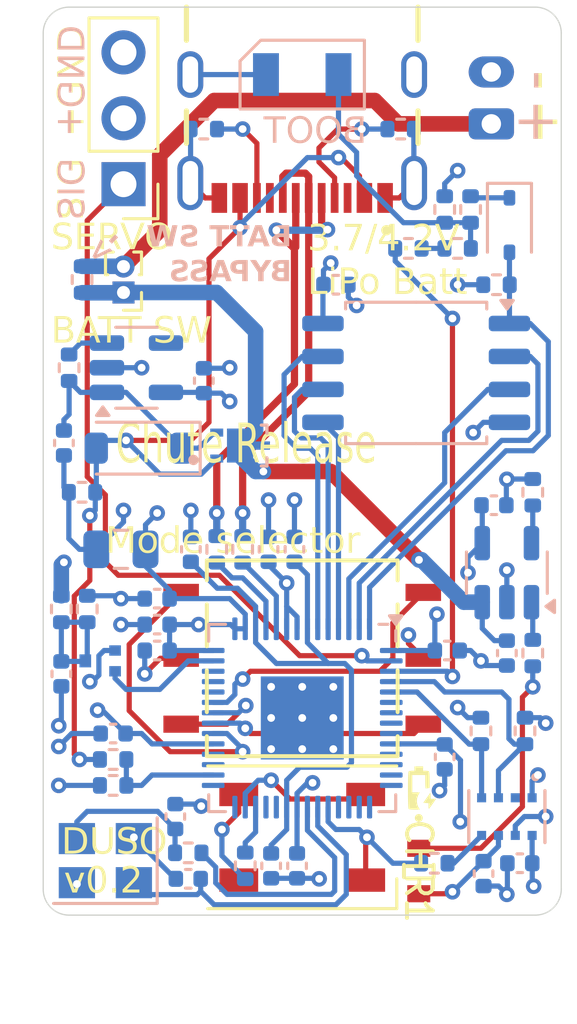
<source format=kicad_pcb>
(kicad_pcb (version 20240108) (generator "pcbnew") (generator_version "8.0")
  (layers (0 "F.Cu" signal) (1 "In1.Cu" power "GND") (2 "In2.Cu" power "3V3") (31 "B.Cu" signal) (34 "B.Paste" user) (35 "F.Paste" user) (36 "B.SilkS" user "B.Silkscreen") (37 "F.SilkS" user "F.Silkscreen") (38 "B.Mask" user) (39 "F.Mask" user) (44 "Edge.Cuts" user))
  (net 0 "")
  (net 1 "GND")
  (net 2 "/MCU/XIN")
  (net 3 "Net-(C2-Pad1)")
  (net 4 "VBUS")
  (net 5 "+3V3")
  (net 6 "+1V1")
  (net 7 "/MCU/GPIO0")
  (net 8 "/MCU/QSPI_SS")
  (net 9 "/MCU/XOUT")
  (net 10 "/MCU/QSPI_SD3")
  (net 11 "/MCU/QSPI_SD2")
  (net 12 "/MCU/QSPI_SD1")
  (net 13 "/MCU/QSPI_SCLK")
  (net 14 "/MCU/QSPI_SD0")
  (net 15 "/MCU/GPIO18")
  (net 16 "/MCU/GPIO7")
  (net 17 "Net-(D1-K)")
  (net 18 "/MCU/SWD")
  (net 19 "/MCU/GPIO20")
  (net 20 "/MCU/GPIO10")
  (net 21 "/MCU/GPIO26_ADC0")
  (net 22 "/MCU/GPIO9")
  (net 23 "/MCU/GPIO8")
  (net 24 "/MCU/GPIO5")
  (net 25 "+BATT")
  (net 26 "/MCU/GPIO4")
  (net 27 "/MCU/GPIO28_ADC2")
  (net 28 "/MCU/GPIO12")
  (net 29 "/MCU/GPIO15")
  (net 30 "/MCU/GPIO11")
  (net 31 "/MCU/RUN")
  (net 32 "/MCU/GPIO6")
  (net 33 "/MCU/GPIO14")
  (net 34 "/MCU/SWCLK")
  (net 35 "/MCU/GPIO17")
  (net 36 "/MCU/GPIO21")
  (net 37 "/MCU/GPIO27_ADC1")
  (net 38 "/MCU/GPIO13")
  (net 39 "Net-(BOOT1-Pad2)")
  (net 40 "USB_D+")
  (net 41 "USB_D-")
  (net 42 "SDI")
  (net 43 "SDK")
  (net 44 "SDO")
  (net 45 "HEX_SW_2")
  (net 46 "HEX_SW_8")
  (net 47 "HEX_SW_4")
  (net 48 "HEX_SW_1")
  (net 49 "Net-(C10-Pad1)")
  (net 50 "Net-(D2-K)")
  (net 51 "Net-(CHR1-Pad1)")
  (net 53 "NEOPIX")
  (net 54 "Net-(J3-CC2)")
  (net 56 "Net-(J3-CC1)")
  (net 58 "VBAT_SENSE")
  (net 59 "Net-(R3-Pad2)")
  (net 60 "/MCU/USER_SW")
  (net 61 "Net-(U2-USB_DP)")
  (net 62 "Net-(U2-USB_DM)")
  (net 63 "VBUS_DETECT")
  (net 64 "Net-(U4-PROG)")
  (net 65 "Net-(U4-STAT)")
  (net 67 "Net-(J2-Pin_1)")
  (net 68 "Net-(U3-EN)")
  (footprint "Connector_PinHeader_2.54mm:PinHeader_1x03_P2.54mm_Vertical" (layer "F.Cu") (at 119.6 88.425 180)
    (property "Reference" "J1" (hide yes))
    (property "Value" "Conn_01x03" (hide yes))
  )
  (footprint "LED_SMD:LED_WS2812B_PLCC4_5.0x5.0mm_P3.2mm" (layer "F.Cu") (at 126.5 113.6)
    (property "Reference" "D3" (hide yes))
    (property "Value" "WS2812B" (hide yes))
  )
  (footprint "duso:SH-7050B_NDC" (layer "F.Cu") (at 126.5 106.7)
    (property "Reference" "SW1" (hide yes))
    (property "Value" "SH-7050TB" (hide yes))
  )
  (footprint "Connector_PinHeader_1.00mm:PinHeader_1x02_P1.00mm_Vertical" (layer "F.Cu") (at 119.6 92.6 180)
    (property "Reference" "J4" (hide yes))
    (property "Value" "Conn_01x02")
  )
  (footprint "LOGO" (layer "F.Cu") (at 131 111.7)
    (property "Reference" "G***" (hide yes))
    (property "Value" "LOGO" (hide yes))
  )
  (footprint "duso:LED_VISHAY_TLMX1100_VIS" (layer "F.Cu") (at 131 114.9 -90)
    (property "Reference" "CHR1")
    (property "Value" "TLMS1100-GS08")
  )
  (footprint "Connector_JST:JST_PH_B2B-PH-K_1x02_P2.00mm_Vertical" (layer "F.Cu") (at 133.8 86.1 90)
    (property "Reference" "J2" (hide yes))
    (property "Value" "Conn_01x02_Pin" (hide yes))
  )
  (footprint "duso:GCT_USB4105-GF-A" (layer "F.Cu") (at 126.5 84.2 180)
    (property "Reference" "J3" (hide yes))
    (property "Value" "USB4105-GF-A" (hide yes))
  )
  (footprint "Resistor_SMD:R_0402_1005Metric" (layer "B.Cu") (at 134 92.3)
    (property "Reference" "R1" (hide yes))
    (property "Value" "10k" (hide yes))
  )
  (footprint "Resistor_SMD:R_0402_1005Metric" (layer "B.Cu") (at 118.2 104.8 90)
    (property "Reference" "R16" (hide yes))
    (property "Value" "750k" (hide yes))
  )
  (footprint "Package_DFN_QFN:QFN-56-1EP_7x7mm_P0.4mm_EP3.2x3.2mm" (layer "B.Cu") (at 126.5 109 180)
    (property "Reference" "U2" (hide yes))
    (property "Value" "RP2040" (hide yes))
  )
  (footprint "Resistor_SMD:R_0402_1005Metric" (layer "B.Cu") (at 130.6 90.9 180)
    (property "Reference" "R4" (hide yes))
    (property "Value" "10k" (hide yes))
  )
  (footprint "Package_TO_SOT_SMD:SOT-23-5" (layer "B.Cu") (at 120.1 95.5)
    (property "Reference" "U3" (hide yes))
    (property "Value" "AP2112K-3.3")
  )
  (footprint "Resistor_SMD:R_0402_1005Metric" (layer "B.Cu") (at 132 89.4 -90)
    (property "Reference" "R5" (hide yes))
    (property "Value" "10k" (hide yes))
  )
  (footprint "Capacitor_SMD:C_0402_1005Metric" (layer "B.Cu") (at 121.6 112.8 90)
    (property "Reference" "C2" (hide yes))
    (property "Value" "15p" (hide yes))
  )
  (footprint "Package_SO:SOIC-8_5.23x5.23mm_P1.27mm" (layer "B.Cu") (at 130.9 95.7 180)
    (property "Reference" "U1" (hide yes))
    (property "Value" "W25Q128JVS" (hide yes))
  )
  (footprint "Resistor_SMD:R_0402_1005Metric" (layer "B.Cu") (at 124.3 114.7 90)
    (property "Reference" "R7" (hide yes))
    (property "Value" "10k" (hide yes))
  )
  (footprint "duso:NanoT-AS" (layer "B.Cu") (at 126.5 84.2)
    (property "Reference" "BOOT1" (hide yes))
    (property "Value" "SW_Push")
  )
  (footprint "Capacitor_SMD:C_0402_1005Metric" (layer "B.Cu") (at 127.8 92.3)
    (property "Reference" "C3" (hide yes))
    (property "Value" "100n" (hide yes))
  )
  (footprint "Capacitor_SMD:C_0402_1005Metric" (layer "B.Cu") (at 126.2 102.5 90)
    (property "Reference" "C4" (hide yes))
    (property "Value" "100n" (hide yes))
  )
  (footprint "Resistor_SMD:R_0402_1005Metric" (layer "B.Cu") (at 133.4 109.5 -90)
    (property "Reference" "R20" (hide yes))
    (property "Value" "10k" (hide yes))
  )
  (footprint "Capacitor_SMD:C_0402_1005Metric" (layer "B.Cu") (at 125.3 114.7 -90)
    (property "Reference" "C5" (hide yes))
    (property "Value" "100n" (hide yes))
  )
  (footprint "duso:VESM_SOT-723_" (layer "B.Cu") (at 118.7 106.8 -90)
    (property "Reference" "Q2" (hide yes))
    (property "Value" "SSM3K35AMFV_L3F" (hide yes))
  )
  (footprint "Capacitor_SMD:C_0402_1005Metric" (layer "B.Cu") (at 125.2 102.5 90)
    (property "Reference" "C20" (hide yes))
    (property "Value" "100n" (hide yes))
  )
  (footprint "Capacitor_SMD:C_0402_1005Metric" (layer "B.Cu") (at 122.2 102.5 90)
    (property "Reference" "C6" (hide yes))
    (property "Value" "1u" (hide yes))
  )
  (footprint "Resistor_SMD:R_0402_1005Metric" (layer "B.Cu") (at 117.2 104.8 -90)
    (property "Reference" "R15" (hide yes))
    (property "Value" "1M5" (hide yes))
  )
  (footprint "Diode_SMD:D_SOD-323" (layer "B.Cu") (at 134.5 90 -90)
    (property "Reference" "D1" (hide yes))
    (property "Value" "1N4148WS" (hide yes))
  )
  (footprint "Capacitor_SMD:C_0402_1005Metric" (layer "B.Cu") (at 120.9 104.4 180)
    (property "Reference" "C7" (hide yes))
    (property "Value" "1u" (hide yes))
  )
  (footprint "Diode_SMD:D_SOD-123" (layer "B.Cu") (at 120.2 98.6 180)
    (property "Reference" "D2" (hide yes))
    (property "Value" "MBR0540" (hide yes))
  )
  (footprint "Crystal:Crystal_SMD_3225-4Pin_3.2x2.5mm" (layer "B.Cu") (at 118.9 114.5 180)
    (property "Reference" "Y1" (hide yes))
    (property "Value" "ABM8-272-T3" (hide yes))
  )
  (footprint "Resistor_SMD:R_0402_1005Metric" (layer "B.Cu") (at 135.1 109.5 -90)
    (property "Reference" "R19" (hide yes))
    (property "Value" "10k" (hide yes))
  )
  (footprint "Resistor_SMD:R_0402_1005Metric" (layer "B.Cu") (at 135.4 100.3 90)
    (property "Reference" "R17" (hide yes))
    (property "Value" "5k" (hide yes))
  )
  (footprint "Package_TO_SOT_SMD:SOT-23-5" (layer "B.Cu") (at 134.4 103.4 90)
    (property "Reference" "U4" (hide yes))
    (property "Value" "MCP73831-2-OT" (hide yes))
  )
  (footprint "Resistor_SMD:R_0402_1005Metric" (layer "B.Cu") (at 118 92.1 -90)
    (property "Reference" "R23" (hide yes))
    (property "Value" "0")
  )
  (footprint "Resistor_SMD:R_0402_1005Metric" (layer "B.Cu") (at 133 89.4 90)
    (property "Reference" "R6" (hide yes))
    (property "Value" "1k" (hide yes))
  )
  (footprint "Capacitor_SMD:C_0402_1005Metric" (layer "B.Cu") (at 117.3 98.4 -90)
    (property "Reference" "C8" (hide yes))
    (property "Value" "1u" (hide yes))
  )
  (footprint "Resistor_SMD:R_0402_1005Metric" (layer "B.Cu") (at 124.2 102.5 -90)
    (property "Reference" "R8" (hide yes))
    (property "Value" "27" (hide yes))
  )
  (footprint "Resistor_SMD:R_0402_1005Metric" (layer "B.Cu") (at 117.5 95.5 90)
    (property "Reference" "R22" (hide yes))
    (property "Value" "10k")
  )
  (footprint "Resistor_SMD:R_0402_1005Metric" (layer "B.Cu") (at 135.4 106.5 90)
    (property "Reference" "R18" (hide yes))
    (property "Value" "10k" (hide yes))
  )
  (footprint "Resistor_SMD:R_0402_1005Metric" (layer "B.Cu") (at 122.1 114.2 180)
    (property "Reference" "R2" (hide yes))
    (property "Value" "1k" (hide yes))
  )
  (footprint "Capacitor_SMD:C_0402_1005Metric" (layer "B.Cu") (at 117.2 107.3 -90)
    (property "Reference" "C10" (hide yes))
    (property "Value" "100n" (hide yes))
  )
  (footprint "Resistor_SMD:R_0402_1005Metric" (layer "B.Cu") (at 123.2 102.5 -90)
    (property "Reference" "R9" (hide yes))
    (property "Value" "27" (hide yes))
  )
  (footprint "Resistor_SMD:R_0402_1005Metric" (layer "B.Cu") (at 130.3 86.3)
    (property "Reference" "R10" (hide yes))
    (property "Value" "5k" (hide yes))
  )
  (footprint "duso:TRANS_DMG3415UFY4Q-7" (layer "B.Cu") (at 124.1 98.5)
    (property "Reference" "Q1" (hide yes))
    (property "Value" "DMG3415UFY4Q-7" (hide yes))
  )
  (footprint "Resistor_SMD:R_0402_1005Metric" (layer "B.Cu") (at 118 100.3 180)
    (property "Reference" "R11" (hide yes))
    (property "Value" "10k" (hide yes))
  )
  (footprint "Capacitor_SMD:C_0402_1005Metric" (layer "B.Cu") (at 122.1 115.2 180)
    (property "Reference" "C1" (hide yes))
    (property "Value" "15p" (hide yes))
  )
  (footprint "Resistor_SMD:R_0402_1005Metric" (layer "B.Cu") (at 131.6 114.6 180)
    (property "Reference" "R21" (hide yes))
    (property "Value" "100k" (hide yes))
  )
  (footprint "Capacitor_SMD:C_0805_2012Metric" (layer "B.Cu") (at 119.5 102.5 180)
    (property "Reference" "C11" (hide yes))
    (property "Value" "10u" (hide yes))
  )
  (footprint "Capacitor_SMD:C_0402_1005Metric" (layer "B.Cu") (at 132.1 106.4)
    (property "Reference" "C12" (hide yes))
    (property "Value" "100n" (hide yes))
  )
  (footprint "Capacitor_SMD:C_0402_1005Metric" (layer "B.Cu") (at 122.7 96 90)
    (property "Reference" "C23" (hide yes))
    (property "Value" "10u")
  )
  (footprint "Resistor_SMD:R_0402_1005Metric" (layer "B.Cu") (at 122.7 86.3 180)
    (property "Reference" "R12" (hide yes))
    (property "Value" "5k" (hide yes))
  )
  (footprint "Capacitor_SMD:C_0402_1005Metric" (layer "B.Cu") (at 120.9 105.4 180)
    (property "Reference" "C19" (hide yes))
    (property "Value" "100n" (hide yes))
  )
  (footprint "Capacitor_SMD:C_0402_1005Metric" (layer "B.Cu") (at 134.9 114.6 180)
    (property "Reference" "C22" (hide yes))
    (property "Value" "100n" (hide yes))
  )
  (footprint "Capacitor_SMD:C_0402_1005Metric" (layer "B.Cu") (at 133.5 115 -90)
    (property "Reference" "C21" (hide yes))
    (property "Value" "100n" (hide yes))
  )
  (footprint "Capacitor_SMD:C_0402_1005Metric" (layer "B.Cu") (at 133.9 100.8)
    (property "Reference" "C14" (hide yes))
    (property "Value" "4.7u" (hide yes))
  )
  (footprint "Capacitor_SMD:C_0402_1005Metric" (layer "B.Cu") (at 126.3 114.7 -90)
    (property "Reference" "C15" (hide yes))
    (property "Value" "100n" (hide yes))
  )
  (footprint "Resistor_SMD:R_0402_1005Metric" (layer "B.Cu") (at 119.2 110.6)
    (property "Reference" "R13" (hide yes))
    (property "Value" "5k6" (hide yes))
  )
  (footprint "Capacitor_SMD:C_0402_1005Metric" (layer "B.Cu") (at 119.2 109.6 180)
    (property "Reference" "C16" (hide yes))
    (property "Value" "100n" (hide yes))
  )
  (footprint "Capacitor_SMD:C_0402_1005Metric" (layer "B.Cu") (at 132 110.5 -90)
    (property "Reference" "C13" (hide yes))
    (property "Value" "100n" (hide yes))
  )
  (footprint "Capacitor_SMD:C_0402_1005Metric" (layer "B.Cu") (at 134.4 106.5 -90)
    (property "Reference" "C18" (hide yes))
    (property "Value" "10u" (hide yes))
  )
  (footprint "duso:XDCR_DPS310XTSA1" (layer "B.Cu") (at 134.4 112.8025 90)
    (property "Reference" "U5" (hide yes))
    (property "Value" "DPS310XTSA1" (hide yes))
  )
  (footprint "Resistor_SMD:R_0402_1005Metric" (layer "B.Cu") (at 119.2 111.6 180)
    (property "Reference" "R14" (hide yes))
    (property "Value" "10k" (hide yes))
  )
  (footprint "Resistor_SMD:R_0402_1005Metric" (layer "B.Cu") (at 132.5 90.9 180)
    (property "Reference" "R3" (hide yes))
    (property "Value" "10k" (hide yes))
  )
  (footprint "Capacitor_SMD:C_0402_1005Metric" (layer "B.Cu") (at 120.9 106.4 180)
    (property "Reference" "C17" (hide yes))
    (property "Value" "100n" (hide yes))
  )
  (gr_line (start 116.5 115.6) (end 116.5 82.6) (stroke (width 0.05)) (layer "Edge.Cuts"))
  (gr_line (start 136.5 82.6) (end 136.5 115.6) (stroke (width 0.05)) (layer "Edge.Cuts"))
  (gr_line (start 135.5 116.6) (end 117.5 116.6) (stroke (width 0.05)) (layer "Edge.Cuts"))
  (gr_arc (start 136.5 115.6) (mid 136.207107 116.307107) (end 135.5 116.6) (stroke (width 0.05)) (layer "Edge.Cuts"))
  (gr_line (start 117.5 81.6) (end 135.5 81.6) (stroke (width 0.05)) (layer "Edge.Cuts"))
  (gr_arc (start 116.5 82.6) (mid 116.792893 81.892893) (end 117.5 81.6) (stroke (width 0.05)) (layer "Edge.Cuts"))
  (gr_arc (start 135.5 81.6) (mid 136.207107 81.892893) (end 136.5 82.6) (stroke (width 0.05)) (layer "Edge.Cuts"))
  (gr_arc (start 117.5 116.6) (mid 116.792893 116.307107) (end 116.5 115.6) (stroke (width 0.05)) (layer "Edge.Cuts"))
  (gr_text "BOOT" (at 129 87 0) (layer "B.SilkS") (effects (font (size 1 1)) (justify left bottom mirror)))
  (gr_text "+" (at 116.9 86.6 -90) (layer "B.SilkS") (effects (font (size 1 1)) (justify left bottom mirror)))
  (gr_text "SIG" (at 116.9 89.8 -90) (layer "B.SilkS") (effects (font (size 1 1)) (justify left bottom mirror)))
  (gr_text "-\n" (at 134.7 84.8 -90) (layer "B.SilkS") (effects (font (size 1.5 1.5)) (justify left bottom mirror)))
  (gr_text "->" (at 119.7 90.7 45) (layer "B.SilkS") (effects (font (size 0.8 0.8) (thickness 0.15) (bold yes)) (justify left bottom mirror)))
  (gr_text "BATT SW\nBYPASS" (at 126.1 92.3 0) (layer "B.SilkS") (effects (font (size 0.8 0.8) (thickness 0.15) (bold yes)) (justify left bottom mirror)))
  (gr_text "+" (at 134.6 86.9 -90) (layer "B.SilkS") (effects (font (size 1.5 1.5)) (justify left bottom mirror)))
  (gr_text "GND" (at 116.9 85.5 270) (layer "B.SilkS") (effects (font (size 1 1)) (justify left bottom mirror)))
  (gr_text "BATT SW\n" (at 116.8 94.7 0) (layer "F.SilkS") (effects (font (size 1 1)) (justify left bottom)))
  (gr_text "3.7/4.2V\nLiPo Batt" (at 126.7 91.4 0) (layer "F.SilkS") (effects (font (size 1 1) (thickness 0.125)) (justify left)))
  (gr_text "GND" (at 118.224534 85.5 -270) (layer "F.SilkS") (effects (font (size 1 1)) (justify left bottom)))
  (gr_text "DUSO" (at 117.2 114.4 0) (layer "F.SilkS") (effects (font (size 1 1)) (justify left bottom)))
  (gr_text "v0.2" (at 117.3 115.9 0) (layer "F.SilkS") (effects (font (size 1 1)) (justify left bottom)))
  (gr_text "-\n" (at 136.5 84.8 90) (layer "F.SilkS") (effects (font (size 1.5 1.5)) (justify left bottom)))
  (gr_text "SIG" (at 118.224534 89.8 90) (layer "F.SilkS") (effects (font (size 1 1)) (justify left bottom)))
  (gr_text "SERVO" (at 116.8 91.1 0) (layer "F.SilkS") (effects (font (size 1 1)) (justify left bottom)))
  (gr_text "+" (at 136.6 86.9 90) (layer "F.SilkS") (effects (font (size 1.5 1.5)) (justify left bottom)))
  (gr_text "+" (at 118.224534 86.6 90) (layer "F.SilkS") (effects (font (size 1 1)) (justify left bottom)))
  (gr_text "Chute Release\n" (at 119.3 99.4 0) (layer "F.SilkS") (effects (font (size 1.5 1)) (justify left bottom)))
  (gr_text "Mode selector" (at 118.9 102.8 0) (layer "F.SilkS") (effects (font (size 1 1)) (justify left bottom)))
  (segment (start 129.7 88.955) (end 130.245 88.955) (width 0.2) (layer "F.Cu") (net 1))
  (segment (start 130.6 106.1264) (end 130.6 105.8) (width 0.2) (layer "F.Cu") (net 1))
  (segment (start 121.02 106.7) (end 120.42 107.3) (width 0.2) (layer "F.Cu") (net 1))
  (segment (start 131.1736 106.7) (end 130.6 106.1264) (width 0.2) (layer "F.Cu") (net 1))
  (segment (start 128.95 113.65) (end 128.95 115.25) (width 0.2) (layer "F.Cu") (net 1))
  (segment (start 130.245 88.955) (end 130.82 88.38) (width 0.2) (layer "F.Cu") (net 1))
  (segment (start 129 113.6) (end 128.95 113.65) (width 0.2) (layer "F.Cu") (net 1))
  (segment (start 122.755 88.955) (end 122.18 88.38) (width 0.2) (layer "F.Cu") (net 1))
  (segment (start 121.8264 106.7) (end 121.02 106.7) (width 0.2) (layer "F.Cu") (net 1))
  (segment (start 123.3 88.955) (end 122.755 88.955) (width 0.2) (layer "F.Cu") (net 1))
  (via (at 127.154 115.2) (size 0.6) (drill 0.3) (layers "F.Cu" "B.Cu") (net 1))
  (via (at 129 113.6) (size 0.6) (drill 0.3) (layers "F.Cu" "B.Cu") (net 1))
  (via (at 133.1 98) (size 0.6) (drill 0.3) (layers "F.Cu" "B.Cu") (net 1))
  (via (at 119.6 101) (size 0.6) (drill 0.3) (layers "F.Cu" "B.Cu") (net 1))
  (via (at 119.5 104.4) (size 0.6) (drill 0.3) (layers "F.Cu" "B.Cu") (net 1))
  (via (at 126.5 107.8) (size 0.6) (drill 0.3) (layers "F.Cu" "B.Cu") (net 1))
  (via (at 119.5 105.4) (size 0.6) (drill 0.3) (layers "F.Cu" "B.Cu") (net 1))
  (via (at 125.3 109) (size 0.6) (drill 0.3) (layers "F.Cu" "B.Cu") (net 1))
  (via (at 135.6 111.2) (size 0.6) (drill 0.3) (layers "F.Cu" "B.Cu") (net 1))
  (via (at 128.6 93.1) (size 0.6) (drill 0.3) (layers "F.Cu" "B.Cu") (net 1))
  (via (at 131.8 111.8) (size 0.6) (drill 0.3) (layers "F.Cu" "B.Cu") (net 1))
  (via (at 134.4 99.8) (size 0.6) (drill 0.3) (layers "F.Cu" "B.Cu") (net 1))
  (via (at 127.7 109) (size 0.6) (drill 0.3) (layers "F.Cu" "B.Cu") (net 1))
  (via (at 123.7 95.5) (size 0.6) (drill 0.3) (layers "F.Cu" "B.Cu") (net 1))
  (via (at 117.1 111.6) (size 0.6) (drill 0.3) (layers "F.Cu" "B.Cu") (net 1))
  (via (at 133.4 106.8) (size 0.6) (drill 0.3) (layers "F.Cu" "B.Cu") (net 1))
  (via (at 135.9 112.8) (size 0.6) (drill 0.3) (layers "F.Cu" "B.Cu") (net 1))
  (via (at 134.4 103.3) (size 0.6) (drill 0.3) (layers "F.Cu" "B.Cu") (net 1))
  (via (at 126.5 109) (size 0.6) (drill 0.3) (layers "F.Cu" "B.Cu") (net 1))
  (via (at 126.5 110.2) (size 0.6) (drill 0.3) (layers "F.Cu" "B.Cu") (net 1))
  (via (at 127.7 107.8) (size 0.6) (drill 0.3) (layers "F.Cu" "B.Cu") (net 1))
  (via (at 120.42 107.3) (size 0.6) (drill 0.3) (layers "F.Cu" "B.Cu") (net 1))
  (via (at 122.6 112.4) (size 0.6) (drill 0.3) (layers "F.Cu" "B.Cu") (net 1))
  (via (at 126.2 100.6) (size 0.6) (drill 0.3) (layers "F.Cu" "B.Cu") (net 1))
  (via (at 120.3 95.5) (size 0.6) (drill 0.3) (layers "F.Cu" "B.Cu") (net 1))
  (via (at 134.4 115.8) (size 0.6) (drill 0.3) (layers "F.Cu" "B.Cu") (net 1))
  (via (at 117.1 110.1) (size 0.6) (drill 0.3) (layers "F.Cu" "B.Cu") (net 1))
  (via (at 125.3 107.8) (size 0.6) (drill 0.3) (layers "F.Cu" "B.Cu") (net 1))
  (via (at 117.8 115.4) (size 0.6) (drill 0.3) (layers "F.Cu" "B.Cu") (net 1))
  (via (at 127.7 110.2) (size 0.6) (drill 0.3) (layers "F.Cu" "B.Cu") (net 1))
  (via (at 125.2 100.6) (size 0.6) (drill 0.3) (layers "F.Cu" "B.Cu") (net 1))
  (via (at 125.3 110.2) (size 0.6) (drill 0.3) (layers "F.Cu" "B.Cu") (net 1))
  (via (at 122.2 101) (size 0.6) (drill 0.3) (layers "F.Cu" "B.Cu") (net 1))
  (via (at 117.1 109.3) (size 0.6) (drill 0.3) (layers "F.Cu" "B.Cu") (net 1))
  (via (at 120 113.6) (size 0.6) (drill 0.3) (layers "F.Cu" "B.Cu") (net 1))
  (via (at 130.6 105.8) (size 0.6) (drill 0.3) (layers "F.Cu" "B.Cu") (net 1))
  (segment (start 117.3 100.11) (end 117.49 100.3) (width 0.2) (layer "B.Cu") (net 1))
  (segment (start 133.4 106.8) (end 133.58 106.98) (width 0.2) (layer "B.Cu") (net 1))
  (segment (start 122.52 112.32) (end 122.6 112.4) (width 0.2) (layer "B.Cu") (net 1))
  (segment (start 121.6 112.32) (end 122.52 112.32) (width 0.2) (layer "B.Cu") (net 1))
  (segment (start 117.2 107.78) (end 117.2 109.2) (width 0.2) (layer "B.Cu") (net 1))
  (segment (start 126.3 115.18) (end 125.3 115.18) (width 0.2) (layer "B.Cu") (net 1))
  (segment (start 118.9625 95.5) (end 120.3 95.5) (width 0.2) (layer "B.Cu") (net 1))
  (segment (start 129 113.6) (end 128.7 113.3) (width 0.2) (layer "B.Cu") (net 1))
  (segment (start 125.2 102.02) (end 125.2 100.6) (width 0.2) (layer "B.Cu") (net 1))
  (segment (start 119.39 104.29) (end 119.5 104.4) (width 0.2) (layer "B.Cu") (net 1))
  (segment (start 125.1 84.2) (end 122.18 84.2) (width 0.2) (layer "B.Cu") (net 1))
  (segment (start 121.62 115.2) (end 121.6 115.2) (width 0.2) (layer "B.Cu") (net 1))
  (segment (start 132 111.6) (end 131.8 111.8) (width 0.2) (layer "B.Cu") (net 1))
  (segment (start 127.8 113.3) (end 127.5 113) (width 0.2) (layer "B.Cu") (net 1))
  (segment (start 117.49 100.3) (end 117.49 102.09) (width 0.2) (layer "B.Cu") (net 1))
  (segment (start 120 113.6) (end 120 113.65) (width 0.2) (layer "B.Cu") (net 1))
  (segment (start 120.42 105.4) (end 119.5 105.4) (width 0.2) (layer "B.Cu") (net 1))
  (segment (start 134.725 113.1525) (end 135.0775 112.8) (width 0.2) (layer "B.Cu") (net 1))
  (segment (start 120.42 104.4) (end 119.5 104.4) (width 0.2) (layer "B.Cu") (net 1))
  (segment (start 118.69 111.6) (end 117.1 111.6) (width 0.2) (layer "B.Cu") (net 1))
  (segment (start 135.0775 112.8) (end 135.9 112.8) (width 0.2) (layer "B.Cu") (net 1))
  (segment (start 117.3 98.88) (end 117.3 100.11) (width 0.2) (layer "B.Cu") (net 1))
  (segment (start 130.81 86.3) (end 130.81 88.37) (width 0.2) (layer "B.Cu") (net 1))
  (segment (start 127.154 115.2) (end 127.134 115.18) (width 0.2) (layer "B.Cu") (net 1))
  (segment (start 117.1 110.1) (end 117.6 109.6) (width 0.2) (layer "B.Cu") (net 1))
  (segment (start 130 114.6) (end 131.09 114.6) (width 0.2) (layer "B.Cu") (net 1))
  (segment (start 117.49 102.09) (end 117.9 102.5) (width 0.2) (layer "B.Cu") (net 1))
  (segment (start 133 106.4) (end 133.4 106.8) (width 0.2) (layer "B.Cu") (net 1))
  (segment (start 134.38 99.82) (end 134.4 99.8) (width 0.2) (layer "B.Cu") (net 1))
  (segment (start 120.05 113.65) (end 120 113.6) (width 0.2) (layer "B.Cu") (net 1))
  (segment (start 117.6 109.6) (end 118.72 109.6) (width 0.2) (layer "B.Cu") (net 1))
  (segment (start 122.19 88.37) (end 122.18 88.38) (width 0.2) (layer "B.Cu") (net 1))
  (segment (start 134.725 113.5275) (end 134.725 113.1525) (width 0.2) (layer "B.Cu") (net 1))
  (segment (start 134.42 115.78) (end 134.4 115.8) (width 0.2) (layer "B.Cu") (net 1))
  (segment (start 133.5 115.48) (end 134.08 115.48) (width 0.2) (layer "B.Cu") (net 1))
  (segment (start 135.4 99.79) (end 134.41 99.79) (width 0.2) (layer "B.Cu") (net 1))
  (segment (start 132.58 106.4) (end 133 106.4) (width 0.2) (layer "B.Cu") (net 1))
  (segment (start 123.68 95.52) (end 123.7 95.5) (width 0.2) (layer "B.Cu") (net 1))
  (segment (start 134.08 115.48) (end 134.4 115.8) (width 0.2) (layer "B.Cu") (net 1))
  (segment (start 135.375 112.0775) (end 135.375 111.425) (width 0.2) (layer "B.Cu") (net 1))
  (segment (start 118.55 102.5) (end 119.6 101.45) (width 0.2) (layer "B.Cu") (net 1))
  (segment (start 122.2 102.02) (end 122.2 101) (width 0.2) (layer "B.Cu") (net 1))
  (segment (start 120.42 107.3) (end 120.42 106.4) (width 0.2) (layer "B.Cu") (net 1))
  (segment (start 117.2 109.2) (end 117.1 109.3) (width 0.2) (layer "B.Cu") (net 1))
  (segment (start 127.134 115.18) (end 126.3 115.18) (width 0.2) (layer "B.Cu") (net 1))
  (segment (start 119.6 101.45) (end 119.6 101) (width 0.2) (layer "B.Cu") (net 1))
  (segment (start 134.38 100.8) (end 134.38 99.82) (width 0.2) (layer "B.Cu") (net 1))
  (segment (start 128.28 92.78) (end 128.6 93.1) (width 0.2) (layer "B.Cu") (net 1))
  (segment (start 134.42 114.6) (end 134.42 115.78) (width 0.2) (layer "B.Cu") (net 1))
  (segment (start 122.19 86.3) (end 122.19 88.37) (width 0.2) (layer "B.Cu") (net 1))
  (segment (start 135.375 111.425) (end 135.6 111.2) (width 0.2) (layer "B.Cu") (net 1))
  (segment (start 130.81 88.37) (end 130.82 88.38) (width 0.2) (layer "B.Cu") (net 1))
  (segment (start 133.495 97.605) (end 133.1 98) (width 0.2) (layer "B.Cu") (net 1))
  (segment (start 133.58 106.98) (end 134.4 106.98) (width 0.2) (layer "B.Cu") (net 1))
  (segment (start 134.4 104.5375) (end 134.4 103.3) (width 0.2) (layer "B.Cu") (net 1))
  (segment (start 128.28 92.3) (end 128.28 92.78) (width 0.2) (layer "B.Cu") (net 1))
  (segment (start 126.2 102.02) (end 126.2 100.6) (width 0.2) (layer "B.Cu") (net 1))
  (segment (start 118.2 104.29) (end 119.39 104.29) (width 0.2) (layer "B.Cu") (net 1))
  (segment (start 134.5 97.605) (end 133.495 97.605) (width 0.2) (layer "B.Cu") (net 1))
  (segment (start 122.7 95.52) (end 123.68 95.52) (width 0.2) (layer "B.Cu") (net 1))
  (segment (start 117.9 102.5) (end 118.55 102.5) (width 0.2) (layer "B.Cu") (net 1))
  (segment (start 132 110.98) (end 132 111.6) (width 0.2) (layer "B.Cu") (net 1))
  (segment (start 128.7 113.3) (end 127.8 113.3) (width 0.2) (layer "B.Cu") (net 1))
  (segment (start 127.5 113) (end 127.5 112.4375) (width 0.2) (layer "B.Cu") (net 1))
  (segment (start 134.41 99.79) (end 134.4 99.8) (width 0.2) (layer "B.Cu") (net 1))
  (segment (start 121.6 115.2) (end 120.05 113.65) (width 0.2) (layer "B.Cu") (net 1))
  (segment (start 129 113.6) (end 130 114.6) (width 0.2) (layer "B.Cu") (net 1))
  (segment (start 127.8 116.2) (end 123.1 116.2) (width 0.2) (layer "B.Cu") (net 2))
  (segment (start 122.45 115.81) (end 120.46 115.81) (width 0.2) (layer "B.Cu") (net 2))
  (segment (start 128.2 114.265686) (end 128.2 115.8) (width 0.2) (layer "B.Cu") (net 2))
  (segment (start 128.2 115.8) (end 127.8 116.2) (width 0.2) (layer "B.Cu") (net 2))
  (segment (start 122.58 115.68) (end 122.58 115.2) (width 0.2) (layer "B.Cu") (net 2))
  (segment (start 127.1 112.4375) (end 127.1 113.165686) (width 0.2) (layer "B.Cu") (net 2))
  (segment (start 127.1 113.165686) (end 128.2 114.265686) (width 0.2) (layer "B.Cu") (net 2))
  (segment (start 122.58 115.68) (end 122.45 115.81) (width 0.2) (layer "B.Cu") (net 2))
  (segment (start 120.46 115.81) (end 120 115.35) (width 0.2) (layer "B.Cu") (net 2))
  (segment (start 123.1 116.2) (end 122.58 115.68) (width 0.2) (layer "B.Cu") (net 2))
  (segment (start 117.8 113) (end 117.8 113.65) (width 0.2) (layer "B.Cu") (net 3))
  (segment (start 120.92 112.6) (end 118.2 112.6) (width 0.2) (layer "B.Cu") (net 3))
  (segment (start 118.2 112.6) (end 117.8 113) (width 0.2) (layer "B.Cu") (net 3))
  (segment (start 121.59 113.29) (end 121.6 113.28) (width 0.2) (layer "B.Cu") (net 3))
  (segment (start 121.6 113.28) (end 120.92 112.6) (width 0.2) (layer "B.Cu") (net 3))
  (segment (start 121.59 114.2) (end 121.59 113.29) (width 0.2) (layer "B.Cu") (net 3))
  (segment (start 128.9 88.955) (end 128.711 88.766) (width 0.2) (layer "F.Cu") (net 4))
  (segment (start 128 87.4) (end 127.9 87.4) (width 0.2) (layer "F.Cu") (net 4))
  (segment (start 128.711 88.111) (end 128 87.4) (width 0.2) (layer "F.Cu") (net 4))
  (segment (start 118.3 101.2) (end 118.3 103.7) (width 0.2) (layer "F.Cu") (net 4))
  (segment (start 117.7 110.4) (end 117.9 110.6) (width 0.2) (layer "F.Cu") (net 4))
  (segment (start 117.7 104.3) (end 117.7 110.4) (width 0.2) (layer "F.Cu") (net 4))
  (segment (start 122.9 91.300008) (end 124.1 90.100008) (width 0.2) (layer "F.Cu") (net 4))
  (segment (start 122.2 98.3) (end 122.9 97.6) (width 0.2) (layer "F.Cu") (net 4))
  (segment (start 119.7 98.3) (end 122.2 98.3) (width 0.2) (layer "F.Cu") (net 4))
  (segment (start 118.3 103.7) (end 117.7 104.3) (width 0.2) (layer "F.Cu") (net 4))
  (segment (start 122.9 97.6) (end 122.9 91.300008) (width 0.2) (layer "F.Cu") (net 4))
  (segment (start 128.711 88.766) (end 128.711 88.111) (width 0.2) (layer "F.Cu") (net 4))
  (segment (start 124.1 88.955) (end 124.1 90.100008) (width 0.2) (layer "F.Cu") (net 4))
  (via (at 118.3 101.2) (size 0.6) (drill 0.3) (layers "F.Cu" "B.Cu") (net 4))
  (via (at 117.9 110.6) (size 0.6) (drill 0.3) (layers "F.Cu" "B.Cu") (net 4))
  (via (at 124.1 90.100008) (size 0.6) (drill 0.3) (layers "F.Cu" "B.Cu") (net 4))
  (via (at 119.7 98.3) (size 0.6) (drill 0.3) (layers "F.Cu" "B.Cu") (net 4))
  (via (at 127.9 87.4) (size 0.6) (drill 0.3) (layers "F.Cu" "B.Cu") (net 4))
  (segment (start 118.55 100.26) (end 118.51 100.3) (width 0.2) (layer "B.Cu") (net 4))
  (segment (start 117.9 110.6) (end 118.69 110.6) (width 0.2) (layer "B.Cu") (net 4))
  (segment (start 121 99.6) (end 119.7 98.3) (width 0.2) (layer "B.Cu") (net 4))
  (segment (start 123.2 99) (end 122.6 99.6) (width 0.2) (layer "B.Cu") (net 4))
  (segment (start 126.7 87.4) (end 127.9 87.4) (width 0.2) (layer "B.Cu") (net 4))
  (segment (start 124.1 90.100008) (end 124.1 90) (width 0.2) (layer "B.Cu") (net 4))
  (segment (start 119.7 98.3) (end 118.85 98.3) (width 0.2) (layer "B.Cu") (net 4))
  (segment (start 118.3 101.2) (end 118.51 100.99) (width 0.2) (layer "B.Cu") (net 4))
  (segment (start 124.1 90) (end 126.7 87.4) (width 0.2) (layer "B.Cu") (net 4))
  (segment (start 118.51 100.99) (end 118.51 100.3) (width 0.2) (layer "B.Cu") (net 4))
  (segment (start 118.85 98.3) (end 118.55 98.6) (width 0.2) (layer "B.Cu") (net 4))
  (segment (start 122.6 99.6) (end 121 99.6) (width 0.2) (layer "B.Cu") (net 4))
  (segment (start 118.55 98.6) (end 118.55 100.26) (width 0.2) (layer "B.Cu") (net 4))
  (segment (start 123.4 113.3) (end 124.05 112.65) (width 0.2) (layer "F.Cu") (net 5))
  (segment (start 124.05 112.65) (end 124.05 111.95) (width 0.2) (layer "F.Cu") (net 5))
  (segment (start 131 115.7763) (end 132.223696 115.7763) (width 0.2) (layer "F.Cu") (net 5))
  (segment (start 132.223696 115.7763) (end 132.3 115.699996) (width 0.2) (layer "F.Cu") (net 5))
  (via (at 123.7 96.8) (size 0.6) (drill 0.3) (layers "F.Cu" "B.Cu") (net 5))
  (via (at 118.3 107.6) (size 0.6) (drill 0.3) (layers "F.Cu" "B.Cu") (net 5))
  (via (at 131.699994 105) (size 0.6) (drill 0.3) (layers "F.Cu" "B.Cu") (net 5))
  (via (at 126.9 111.5) (size 0.6) (drill 0.3) (layers "F.Cu" "B.Cu") (net 5))
  (via (at 127.6 91.464889) (size 0.6) (drill 0.3) (layers "F.Cu" "B.Cu") (net 5))
  (via (at 135.9 109.2) (size 0.6) (drill 0.3) (layers "F.Cu" "B.Cu") (net 5))
  (via (at 132.9 103.4) (size 0.6) (drill 0.3) (layers "F.Cu" "B.Cu") (net 5))
  (via (at 125.9 103.8) (size 0.6) (drill 0.3) (layers "F.Cu" "B.Cu") (net 5))
  (via (at 118.6 108.7) (size 0.6) (drill 0.3) (layers "F.Cu" "B.Cu") (net 5))
  (via (at 122.5 105.4) (size 0.6) (drill 0.3) (layers "F.Cu" "B.Cu") (net 5))
  (via (at 132.5 108.6) (size 0.6) (drill 0.3) (layers "F.Cu" "B.Cu") (net 5))
  (via (at 132.6 113) (size 0.6) (drill 0.3) (layers "F.Cu" "B.Cu") (net 5))
  (via (at 135.435318 115.484864) (size 0.6) (drill 0.3) (layers "F.Cu" "B.Cu") (net 5))
  (via (at 123.4 113.3) (size 0.6) (drill 0.3) (layers "F.Cu" "B.Cu") (net 5))
  (via (at 132.5 92.3) (size 0.6) (drill 0.3) (layers "F.Cu" "B.Cu") (net 5))
  (via (at 132.3 115.699996) (size 0.6) (drill 0.3) (layers "F.Cu" "B.Cu") (net 5))
  (via (at 120.9 101.1) (size 0.6) (drill 0.3) (layers "F.Cu" "B.Cu") (net 5))
  (via (at 132.5 87.9) (size 0.6) (drill 0.3) (layers "F.Cu" "B.Cu") (net 5))
  (segment (start 126.70364 111.5) (end 126.9 111.5) (width 0.2) (layer "B.Cu") (net 5))
  (segment (start 126.3 112.4375) (end 126.3 114.22) (width 0.2) (layer "B.Cu") (net 5))
  (segment (start 118.65 106.6) (end 118.65 107.35) (width 0.2) (layer "B.Cu") (net 5))
  (segment (start 132.61 110.63) (end 132.61 112.99) (width 0.2) (layer "B.Cu") (net 5))
  (segment (start 122.7 96.48) (end 123.38 96.48) (width 0.2) (layer "B.Cu") (net 5))
  (segment (start 123.38 96.48) (end 123.7 96.8) (width 0.2) (layer "B.Cu") (net 5))
  (segment (start 134.075 113.5275) (end 134.075 113.945) (width 0.2) (layer "B.Cu") (net 5))
  (segment (start 132 110.02) (end 132.61 110.63) (width 0.2) (layer "B.Cu") (net 5))
  (segment (start 124.3 105.5625) (end 124.3 105) (width 0.2) (layer "B.Cu") (net 5))
  (segment (start 124.3 105.5625) (end 123.9 105.5625) (width 0.2) (layer "B.Cu") (net 5))
  (segment (start 126.3 111.90364) (end 126.70364 111.5) (width 0.2) (layer "B.Cu") (net 5))
  (segment (start 120.45 103.15) (end 120.45 102.5) (width 0.2) (layer "B.Cu") (net 5))
  (segment (start 132.61 112.99) (end 132.6 113) (width 0.2) (layer "B.Cu") (net 5))
  (segment (start 132.89 108.99) (end 132.5 108.6) (width 0.2) (layer "B.Cu") (net 5))
  (segment (start 122.5 105.4) (end 121.38 105.4) (width 0.2) (layer "B.Cu") (net 5))
  (segment (start 126.3 112.4375) (end 126.3 111.90364) (width 0.2) (layer "B.Cu") (net 5))
  (segment (start 123.0625 110) (end 120.7 110) (width 0.2) (layer "B.Cu") (net 5))
  (segment (start 135.38 114.6) (end 135.38 115.429546) (width 0.2) (layer "B.Cu") (net 5))
  (segment (start 120.7 110) (end 120.3 109.6) (width 0.2) (layer "B.Cu") (net 5))
  (segment (start 123.4 114.31) (end 123.4 113.3) (width 0.2) (layer "B.Cu") (net 5))
  (segment (start 127.32 91.744889) (end 127.6 91.464889) (width 0.2) (layer "B.Cu") (net 5))
  (segment (start 125.2 103.1) (end 125.9 103.8) (width 0.2) (layer "B.Cu") (net 5))
  (segment (start 127.3 92.32) (end 127.32 92.3) (width 0.2) (layer "B.Cu") (net 5))
  (segment (start 118.6 108.7) (end 118.78 108.7) (width 0.2) (layer "B.Cu") (net 5))
  (segment (start 120.45 101.55) (end 120.9 101.1) (width 0.2) (layer "B.Cu") (net 5))
  (segment (start 125.2 102.98) (end 125.2 103.1) (width 0.2) (layer "B.Cu") (net 5))
  (segment (start 118.4 107.6) (end 118.3 107.6) (width 0.2) (layer "B.Cu") (net 5))
  (segment (start 127.32 92.3) (end 127.32 91.744889) (width 0.2) (layer "B.Cu") (net 5))
  (segment (start 133.4 108.99) (end 132.89 108.99) (width 0.2) (layer "B.Cu") (net 5))
  (segment (start 124.3 105) (end 123.7 104.4) (width 0.2) (layer "B.Cu") (net 5))
  (segment (start 120.3 109.6) (end 119.68 109.6) (width 0.2) (layer "B.Cu") (net 5))
  (segment (start 129.9375 110) (end 131.98 110) (width 0.2) (layer "B.Cu") (net 5))
  (segment (start 129.9375 106.4) (end 131.62 106.4) (width 0.2) (layer "B.Cu") (net 5))
  (segment (start 124.3 115.21) (end 123.4 114.31) (width 0.2) (layer "B.Cu") (net 5))
  (segment (start 135.375 113.5275) (end 135.375 114.595) (width 0.2) (layer "B.Cu") (net 5))
  (segment (start 118.65 107.35) (end 118.4 107.6) (width 0.2) (layer "B.Cu") (net 5))
  (segment (start 125.9 104.7) (end 125.9 103.8) (width 0.2) (layer "B.Cu") (net 5))
  (segment (start 133.45 100.83) (end 133.42 100.8) (width 0.2) (layer "B.Cu") (net 5))
  (segment (start 121.38 106.4) (end 121.38 105.4) (width 0.2) (layer "B.Cu") (net 5))
  (segment (start 121.38 104.08) (end 120.45 103.15) (width 0.2) (layer "B.Cu") (net 5))
  (segment (start 132 88.89) (end 132 88.4) (width 0.2) (layer "B.Cu") (net 5))
  (segment (start 132.320004 115.699996) (end 132.3 115.699996) (width 0.2) (layer "B.Cu") (net 5))
  (segment (start 135.375 114.595) (end 135.38 114.6) (width 0.2) (layer "B.Cu") (net 5))
  (segment (start 123.7375 105.4) (end 123.9 105.5625) (width 0.2) (layer "B.Cu") (net 5))
  (segment (start 132.9 103.4) (end 132.9 102.8125) (width 0.2) (layer "B.Cu") (net 5))
  (segment (start 120.45 102.5) (end 120.45 101.55) (width 0.2) (layer "B.Cu") (net 5))
  (segment (start 133.45 102.2625) (end 133.45 100.83) (width 0.2) (layer "B.Cu") (net 5))
  (segment (start 135.69 108.99) (end 135.9 109.2) (width 0.2) (layer "B.Cu") (net 5))
  (segment (start 122.5 105.4) (end 123.7375 105.4) (width 0.2) (layer "B.Cu") (net 5))
  (segment (start 133.49 92.3) (end 132.5 92.3) (width 0.2) (layer "B.Cu") (net 5))
  (segment (start 121.2375 96.45) (end 122.67 96.45) (width 0.2) (layer "B.Cu") (net 5))
  (segment (start 125.9 105.5625) (end 125.9 104.7) (width 0.2) (layer "B.Cu") (net 5))
  (segment (start 122.67 96.45) (end 122.7 96.48) (width 0.2) (layer "B.Cu") (net 5))
  (segment (start 118.85 106.4) (end 118.65 106.6) (width 0.2) (layer "B.Cu") (net 5))
  (segment (start 132.9 102.8125) (end 133.45 102.2625) (width 0.2) (layer "B.Cu") (net 5))
  (segment (start 118.78 108.7) (end 119.68 109.6) (width 0.2) (layer "B.Cu") (net 5))
  (segment (start 133.5 114.52) (end 132.320004 115.699996) (width 0.2) (layer "B.Cu") (net 5))
  (segment (start 127.3 93.795) (end 127.3 92.32) (width 0.2) (layer "B.Cu") (net 5))
  (segment (start 135.1 108.99) (end 135.69 108.99) (width 0.2) (layer "B.Cu") (net 5))
  (segment (start 132 88.4) (end 132.5 87.9) (width 0.2) (layer "B.Cu") (net 5))
  (segment (start 123.0625 106.4) (end 121.38 106.4) (width 0.2) (layer "B.Cu") (net 5))
  (segment (start 121.38 104.4) (end 121.38 104.08) (width 0.2) (layer "B.Cu") (net 5))
  (segment (start 135.38 115.429546) (end 135.435318 115.484864) (width 0.2) (layer "B.Cu") (net 5))
  (segment (start 134.075 113.945) (end 133.5 114.52) (width 0.2) (layer "B.Cu") (net 5))
  (segment (start 126.3 105.5625) (end 126.3 105.1) (width 0.2) (layer "B.Cu") (net 5))
  (segment (start 126.3 105.1) (end 125.9 104.7) (width 0.2) (layer "B.Cu") (net 5))
  (segment (start 119.275 106.4) (end 118.85 106.4) (width 0.2) (layer "B.Cu") (net 5))
  (segment (start 131.98 110) (end 132 110.02) (width 0.2) (layer "B.Cu") (net 5))
  (segment (start 131.62 105.079994) (end 131.699994 105) (width 0.2) (layer "B.Cu") (net 5))
  (segment (start 123.7 104.4) (end 121.38 104.4) (width 0.2) (layer "B.Cu") (net 5))
  (segment (start 131.62 106.4) (end 131.62 105.079994) (width 0.2) (layer "B.Cu") (net 5))
  (segment (start 126.7 103.48) (end 126.2 102.98) (width 0.2) (layer "B.Cu") (net 6))
  (segment (start 124 104) (end 123.22 104) (width 0.2) (layer "B.Cu") (net 6))
  (segment (start 125.9 111.4) (end 126.4 110.9) (width 0.2) (layer "B.Cu") (net 6))
  (segment (start 124.7 106.09636) (end 125.50364 106.9) (width 0.2) (layer "B.Cu") (net 6))
  (segment (start 125.9 112.4375) (end 125.9 113.3) (width 0.2) (layer "B.Cu") (net 6))
  (segment (start 124.7 105.5625) (end 124.7 106.09636) (width 0.2) (layer "B.Cu") (net 6))
  (segment (start 126.4 110.9) (end 128.224896 110.9) (width 0.2) (layer "B.Cu") (net 6))
  (segment (start 128.4 110.724896) (end 128.4 107.154) (width 0.2) (layer "B.Cu") (net 6))
  (segment (start 125.3 113.9) (end 125.3 114.22) (width 0.2) (layer "B.Cu") (net 6))
  (segment (start 123.22 104) (end 122.2 102.98) (width 0.2) (layer "B.Cu") (net 6))
  (segment (start 124.7 104.7) (end 124 104) (width 0.2) (layer "B.Cu") (net 6))
  (segment (start 126.7 105.5625) (end 126.7 103.48) (width 0.2) (layer "B.Cu") (net 6))
  (segment (start 125.50364 106.9) (end 127.50364 106.9) (width 0.2) (layer "B.Cu") (net 6))
  (segment (start 126.7 106.09636) (end 126.7 105.5625) (width 0.2) (layer "B.Cu") (net 6))
  (segment (start 124.7 105.5625) (end 124.7 104.7) (width 0.2) (layer "B.Cu") (net 6))
  (segment (start 125.9 113.3) (end 125.3 113.9) (width 0.2) (layer "B.Cu") (net 6))
  (segment (start 128.224896 110.9) (end 128.4 110.724896) (width 0.2) (layer "B.Cu") (net 6))
  (segment (start 128.4 107.154) (end 128.146 106.9) (width 0.2) (layer "B.Cu") (net 6))
  (segment (start 125.9 112.4375) (end 125.9 111.4) (width 0.2) (layer "B.Cu") (net 6))
  (segment (start 127.50364 106.9) (end 126.7 106.09636) (width 0.2) (layer "B.Cu") (net 6))
  (segment (start 128.146 106.9) (end 127.50364 106.9) (width 0.2) (layer "B.Cu") (net 6))
  (segment (start 118.2 99.7) (end 118.9 100.4) (width 0.2) (layer "F.Cu") (net 7))
  (segment (start 118.9 103) (end 119.4 103.5) (width 0.2) (layer "F.Cu") (net 7))
  (segment (start 123.3 103.5) (end 126.4 106.6) (width 0.2) (layer "F.Cu") (net 7))
  (segment (start 118.9 100.4) (end 118.9 103) (width 0.2) (layer "F.Cu") (net 7))
  (segment (start 126.4 106.6) (end 128.8 106.6) (width 0.2) (layer "F.Cu") (net 7))
  (segment (start 119.4 103.5) (end 123.3 103.5) (width 0.2) (layer "F.Cu") (net 7))
  (segment (start 119.6 88.425) (end 118.2 89.825) (width 0.2) (layer "F.Cu") (net 7))
  (segment (start 118.2 89.825) (end 118.2 99.7) (width 0.2) (layer "F.Cu") (net 7))
  (via (at 128.8 106.6) (size 0.6) (drill 0.3) (layers "F.Cu" "B.Cu") (net 7))
  (segment (start 129 106.8) (end 128.8 106.6) (width 0.2) (layer "B.Cu") (net 7))
  (segment (start 129.9375 106.8) (end 129 106.8) (width 0.2) (layer "B.Cu") (net 7))
  (segment (start 136 98.111238) (end 135.411238 98.7) (width 0.2) (layer "B.Cu") (net 8))
  (segment (start 134.5 91.05) (end 134.5 92.29) (width 0.2) (layer "B.Cu") (net 8))
  (segment (start 134.365686 98.7) (end 129.1 103.965686) (width 0.2) (layer "B.Cu") (net 8))
  (segment (start 136 94.495001) (end 136 98.111238) (width 0.2) (layer "B.Cu") (net 8))
  (segment (start 134.5 93.795) (end 134.5 92.31) (width 0.2) (layer "B.Cu") (net 8))
  (segment (start 134.5 92.29) (end 134.51 92.3) (width 0.2) (layer "B.Cu") (net 8))
  (segment (start 129.1 103.965686) (end 129.1 105.5625) (width 0.2) (layer "B.Cu") (net 8))
  (segment (start 134.5 93.795) (end 135.299999 93.795) (width 0.2) (layer "B.Cu") (net 8))
  (segment (start 134.5 92.31) (end 134.51 92.3) (width 0.2) (layer "B.Cu") (net 8))
  (segment (start 135.411238 98.7) (end 134.365686 98.7) (width 0.2) (layer "B.Cu") (net 8))
  (segment (start 135.299999 93.795) (end 136 94.495001) (width 0.2) (layer "B.Cu") (net 8))
  (segment (start 123.6 115.8) (end 123.16 115.36) (width 0.2) (layer "B.Cu") (net 9))
  (segment (start 127.754 115.670896) (end 127.624896 115.8) (width 0.2) (layer "B.Cu") (net 9))
  (segment (start 123.16 115.36) (end 123.16 114.75) (width 0.2) (layer "B.Cu") (net 9))
  (segment (start 126.7 112.4375) (end 126.7 113.331372) (width 0.2) (layer "B.Cu") (net 9))
  (segment (start 127.754 114.385372) (end 127.754 115.670896) (width 0.2) (layer "B.Cu") (net 9))
  (segment (start 126.7 113.331372) (end 127.754 114.385372) (width 0.2) (layer "B.Cu") (net 9))
  (segment (start 127.624896 115.8) (end 123.6 115.8) (width 0.2) (layer "B.Cu") (net 9))
  (segment (start 123.16 114.75) (end 122.61 114.2) (width 0.2) (layer "B.Cu") (net 9))
  (segment (start 125.8 98.111238) (end 126.293762 98.605) (width 0.2) (layer "B.Cu") (net 10))
  (segment (start 127.3 95.065) (end 126.500001 95.065) (width 0.2) (layer "B.Cu") (net 10))
  (segment (start 127.1 98.9) (end 127.1 105.5625) (width 0.2) (layer "B.Cu") (net 10))
  (segment (start 125.8 95.765001) (end 125.8 98.111238) (width 0.2) (layer "B.Cu") (net 10))
  (segment (start 126.500001 95.065) (end 125.8 95.765001) (width 0.2) (layer "B.Cu") (net 10))
  (segment (start 126.805 98.605) (end 127.1 98.9) (width 0.2) (layer "B.Cu") (net 10))
  (segment (start 126.293762 98.605) (end 126.805 98.605) (width 0.2) (layer "B.Cu") (net 10))
  (segment (start 128.3 103.634314) (end 128.3 105.5625) (width 0.2) (layer "B.Cu") (net 11))
  (segment (start 133.665 96.335) (end 132 98) (width 0.2) (layer "B.Cu") (net 11))
  (segment (start 134.5 96.335) (end 133.665 96.335) (width 0.2) (layer "B.Cu") (net 11))
  (segment (start 132 99.934314) (end 128.3 103.634314) (width 0.2) (layer "B.Cu") (net 11))
  (segment (start 132 98) (end 132 99.934314) (width 0.2) (layer "B.Cu") (net 11))
  (segment (start 135.6 97.945552) (end 135.245552 98.3) (width 0.2) (layer "B.Cu") (net 12))
  (segment (start 135.299999 95.065) (end 135.6 95.365001) (width 0.2) (layer "B.Cu") (net 12))
  (segment (start 135.245552 98.3) (end 134.2 98.3) (width 0.2) (layer "B.Cu") (net 12))
  (segment (start 135.6 95.365001) (end 135.6 97.945552) (width 0.2) (layer "B.Cu") (net 12))
  (segment (start 134.5 95.065) (end 135.299999 95.065) (width 0.2) (layer "B.Cu") (net 12))
  (segment (start 134.2 98.3) (end 128.7 103.8) (width 0.2) (layer "B.Cu") (net 12))
  (segment (start 128.7 103.8) (end 128.7 105.5625) (width 0.2) (layer "B.Cu") (net 12))
  (segment (start 126.2 96.635001) (end 126.2 97.945552) (width 0.2) (layer "B.Cu") (net 13))
  (segment (start 127.205 98.205) (end 127.5 98.5) (width 0.2) (layer "B.Cu") (net 13))
  (segment (start 126.2 97.945552) (end 126.459448 98.205) (width 0.2) (layer "B.Cu") (net 13))
  (segment (start 126.459448 98.205) (end 127.205 98.205) (width 0.2) (layer "B.Cu") (net 13))
  (segment (start 127.5 98.5) (end 127.5 105.5625) (width 0.2) (layer "B.Cu") (net 13))
  (segment (start 127.3 96.335) (end 126.500001 96.335) (width 0.2) (layer "B.Cu") (net 13))
  (segment (start 126.500001 96.335) (end 126.2 96.635001) (width 0.2) (layer "B.Cu") (net 13))
  (segment (start 127.9 98.205) (end 127.9 105.5625) (width 0.2) (layer "B.Cu") (net 14))
  (segment (start 127.3 97.605) (end 127.9 98.205) (width 0.2) (layer "B.Cu") (net 14))
  (segment (start 133.06 88.95) (end 133 88.89) (width 0.2) (layer "B.Cu") (net 17))
  (segment (start 134.5 88.95) (end 133.06 88.95) (width 0.2) (layer "B.Cu") (net 17))
  (segment (start 127.6 99.5) (end 125 99.5) (width 0.6) (layer "F.Cu") (net 25))
  (segment (start 131.007108 102.907108) (end 127.6 99.5) (width 0.6) (layer "F.Cu") (net 25))
  (via (at 131.007108 102.907108) (size 0.6) (drill 0.3) (layers "F.Cu" "B.Cu") (net 25))
  (via (at 125 99.5) (size 0.6) (drill 0.3) (layers "F.Cu" "B.Cu") (net 25))
  (via (at 117.3 103) (size 0.6) (drill 0.3) (layers "F.Cu" "B.Cu") (net 25))
  (segment (start 124.7 97.9) (end 124.7 94.1) (width 0.6) (layer "B.Cu") (net 25))
  (segment (start 132.7375 104.5375) (end 133.45 104.5375) (width 0.6) (layer "B.Cu") (net 25))
  (segment (start 118 92.61) (end 119.59 92.61) (width 0.6) (layer "B.Cu") (net 25))
  (segment (start 133.92 106.02) (end 134.4 106.02) (width 0.2) (layer "B.Cu") (net 25))
  (segment (start 117.2 104.29) (end 117.2 103.1) (width 0.6) (layer "B.Cu") (net 25))
  (segment (start 133.45 104.5375) (end 133.45 105.55) (width 0.2) (layer "B.Cu") (net 25))
  (segment (start 119.59 92.61) (end 119.6 92.6) (width 0.6) (layer "B.Cu") (net 25))
  (segment (start 125 99.5) (end 124.7 99.5) (width 0.6) (layer "B.Cu") (net 25))
  (segment (start 124.7 99.5) (end 124.1 98.9) (width 0.6) (layer "B.Cu") (net 25))
  (segment (start 131.007108 102.907108) (end 131.014216 102.9) (width 0.6) (layer "B.Cu") (net 25))
  (segment (start 124.1 98.9) (end 124.1 98.5) (width 0.2) (layer "B.Cu") (net 25))
  (segment (start 117.2 103.1) (end 117.3 103) (width 0.6) (layer "B.Cu") (net 25))
  (segment (start 124.7 94.1) (end 123.2 92.6) (width 0.6) (layer "B.Cu") (net 25))
  (segment (start 131.014216 102.9) (end 131.1 102.9) (width 0.6) (layer "B.Cu") (net 25))
  (segment (start 123.2 92.6) (end 119.6 92.6) (width 0.6) (layer "B.Cu") (net 25))
  (segment (start 133.45 105.55) (end 133.92 106.02) (width 0.2) (layer "B.Cu") (net 25))
  (segment (start 124.1 98.5) (end 124.7 97.9) (width 0.6) (layer "B.Cu") (net 25))
  (segment (start 131.1 102.9) (end 132.7375 104.5375) (width 0.6) (layer "B.Cu") (net 25))
  (segment (start 124.7 113.4) (end 124.3 113.8) (width 0.2) (layer "B.Cu") (net 31))
  (segment (start 124.3 113.8) (end 124.3 114.19) (width 0.2) (layer "B.Cu") (net 31))
  (segment (start 124.7 112.4375) (end 124.7 113.4) (width 0.2) (layer "B.Cu") (net 31))
  (segment (start 133 89.91) (end 133 90.89) (width 0.2) (layer "B.Cu") (net 39))
  (segment (start 130.41 89.91) (end 128.6 88.1) (width 0.2) (layer "B.Cu") (net 39))
  (segment (start 128.6 88.1) (end 128.6 87.2) (width 0.2) (layer "B.Cu") (net 39))
  (segment (start 127.9 86.5) (end 127.9 84.2) (width 0.2) (layer "B.Cu") (net 39))
  (segment (start 128.6 87.2) (end 127.9 86.5) (width 0.2) (layer "B.Cu") (net 39))
  (segment (start 133 89.91) (end 132 89.91) (width 0.2) (layer "B.Cu") (net 39))
  (segment (start 132 89.91) (end 130.41 89.91) (width 0.2) (layer "B.Cu") (net 39))
  (segment (start 133 90.89) (end 133.01 90.9) (width 0.2) (layer "B.Cu") (net 39))
  (segment (start 126.75 88.955) (end 126.75 88.13) (width 0.28) (layer "F.Cu") (net 40))
  (segment (start 126.75 88.13) (end 126.62 88) (width 0.28) (layer "F.Cu") (net 40))
  (segment (start 125.88 88) (end 125.75 88.13) (width 0.28) (layer "F.Cu") (net 40))
  (segment (start 126.75 96.425) (end 126.75 88.955) (width 0.28) (layer "F.Cu") (net 40))
  (segment (start 125.75 88.13) (end 125.75 88.955) (width 0.28) (layer "F.Cu") (net 40))
  (segment (start 124.2 98.975) (end 126.75 96.425) (width 0.28) (layer "F.Cu") (net 40))
  (segment (start 124.2 101.1) (end 124.2 98.975) (width 0.28) (layer "F.Cu") (net 40))
  (segment (start 126.62 88) (end 125.88 88) (width 0.28) (layer "F.Cu") (net 40))
  (via (at 124.2 101.1) (size 0.6) (drill 0.3) (layers "F.Cu" "B.Cu") (net 40))
  (segment (start 124.2 101.99) (end 124.2 101.1) (width 0.28) (layer "B.Cu") (net 40))
  (segment (start 126.2 96.126472) (end 126.2 90.9) (width 0.28) (layer "F.Cu") (net 41))
  (segment (start 126.25 90.85) (end 126.2 90.9) (width 0.2) (layer "F.Cu") (net 41))
  (segment (start 127.25 88.955) (end 127.25 89.95) (width 0.28) (layer "F.Cu") (net 41))
  (segment (start 125.5 90.2) (end 126.2 90.9) (width 0.3) (layer "F.Cu") (net 41))
  (segment (start 126.25 88.955) (end 126.25 90.85) (width 0.28) (layer "F.Cu") (net 41))
  (segment (start 127.25 89.95) (end 127.475735 90.175735) (width 0.2) (layer "F.Cu") (net 41))
  (segment (start 123.2 99.126472) (end 126.2 96.126472) (width 0.28) (layer "F.Cu") (net 41))
  (segment (start 123.2 101.1) (end 123.2 99.126472) (width 0.28) (layer "F.Cu") (net 41))
  (via (at 125.5 90.2) (size 0.6) (drill 0.3) (layers "F.Cu" "B.Cu") (net 41))
  (via (at 123.2 101.1) (size 0.6) (drill 0.3) (layers "F.Cu" "B.Cu") (net 41))
  (via (at 127.475735 90.175735) (size 0.6) (drill 0.3) (layers "F.Cu" "B.Cu") (net 41))
  (segment (start 127.45147 90.2) (end 127.475735 90.175735) (width 0.2) (layer "B.Cu") (net 41))
  (segment (start 123.2 101.99) (end 123.2 101.1) (width 0.28) (layer "B.Cu") (net 41))
  (segment (start 125.5 90.2) (end 127.45147 90.2) (width 0.28) (layer "B.Cu") (net 41))
  (segment (start 129.9375 107.6) (end 131.6 107.6) (width 0.2) (layer "B.Cu") (net 42))
  (segment (start 132 108) (end 134.2 108) (width 0.2) (layer "B.Cu") (net 42))
  (segment (start 134.075 111.025) (end 134.075 111.2) (width 0.2) (layer "B.Cu") (net 42))
  (segment (start 135.09 110.01) (end 134.075 111.025) (width 0.2) (layer "B.Cu") (net 42))
  (segment (start 134.48 109.8) (end 134.69 110.01) (width 0.2) (layer "B.Cu") (net 42))
  (segment (start 131.6 107.6) (end 132 108) (width 0.2) (layer "B.Cu") (net 42))
  (segment (start 134.69 110.01) (end 135.1 110.01) (width 0.2) (layer "B.Cu") (net 42))
  (segment (start 134.2 108) (end 134.48 108.28) (width 0.2) (layer "B.Cu") (net 42))
  (segment (start 134.48 108.28) (end 134.48 109.8) (width 0.2) (layer "B.Cu") (net 42))
  (segment (start 135.1 110.01) (end 135.09 110.01) (width 0.2) (layer "B.Cu") (net 42))
  (segment (start 134.075 111.2) (end 134.075 112.0775) (width 0.2) (layer "B.Cu") (net 42))
  (segment (start 132.944315 110.01) (end 133.4 110.01) (width 0.2) (layer "B.Cu") (net 43))
  (segment (start 133.4 110.01) (end 133.4 110.1) (width 0.2) (layer "B.Cu") (net 43))
  (segment (start 130.934315 108) (end 132.944315 110.01) (width 0.2) (layer "B.Cu") (net 43))
  (segment (start 133.4 110.1) (end 133.425 110.125) (width 0.2) (layer "B.Cu") (net 43))
  (segment (start 129.9375 108) (end 130.934315 108) (width 0.2) (layer "B.Cu") (net 43))
  (segment (start 133.425 110.125) (end 133.425 112.0775) (width 0.2) (layer "B.Cu") (net 43))
  (segment (start 132.3525 114.6) (end 132.11 114.6) (width 0.2) (layer "B.Cu") (net 44))
  (segment (start 133.425 113.5275) (end 132.3525 114.6) (width 0.2) (layer "B.Cu") (net 44))
  (segment (start 124.5 109.6) (end 124.3 109.4) (width 0.2) (layer "F.Cu") (net 45))
  (segment (start 131.1736 109.24) (end 130.8136 109.6) (width 0.2) (layer "F.Cu") (net 45))
  (segment (start 130.8136 109.6) (end 124.5 109.6) (width 0.2) (layer "F.Cu") (net 45))
  (via (at 124.3 109.4) (size 0.6) (drill 0.3) (layers "F.Cu" "B.Cu") (net 45))
  (segment (start 124.1 109.2) (end 123.0625 109.2) (width 0.2) (layer "B.Cu") (net 45))
  (segment (start 124.3 109.4) (end 124.1 109.2) (width 0.2) (layer "B.Cu") (net 45))
  (segment (start 124.2 107.5) (end 124.5 107.2) (width 0.2) (layer "F.Cu") (net 46))
  (segment (start 130 106.7) (end 130 105.3336) (width 0.2) (layer "F.Cu") (net 46))
  (segment (start 129.5 107.2) (end 130 106.7) (width 0.2) (layer "F.Cu") (net 46))
  (segment (start 130 105.3336) (end 131.1736 104.16) (width 0.2) (layer "F.Cu") (net 46))
  (segment (start 124.5 107.2) (end 129.5 107.2) (width 0.2) (layer "F.Cu") (net 46))
  (via (at 124.2 107.5) (size 0.6) (drill 0.3) (layers "F.Cu" "B.Cu") (net 46))
  (segment (start 124.1 107.5) (end 124.2 107.5) (width 0.2) (layer "B.Cu") (net 46))
  (segment (start 123.9 108.09636) (end 123.9 107.7) (width 0.2) (layer "B.Cu") (net 46))
  (segment (start 123.9 107.7) (end 124.1 107.5) (width 0.2) (layer "B.Cu") (net 46))
  (segment (start 123.59636 108.4) (end 123.9 108.09636) (width 0.2) (layer "B.Cu") (net 46))
  (segment (start 123.0625 108.4) (end 123.59636 108.4) (width 0.2) (layer "B.Cu") (net 46))
  (segment (start 121.8264 109.24) (end 123.60489 109.24) (width 0.2) (layer "F.Cu") (net 47))
  (segment (start 123.60489 109.24) (end 124.322445 108.522445) (width 0.2) (layer "F.Cu") (net 47))
  (via (at 124.322445 108.522445) (size 0.6) (drill 0.3) (layers "F.Cu" "B.Cu") (net 47))
  (segment (start 124.322445 108.522445) (end 124.04489 108.8) (width 0.2) (layer "B.Cu") (net 47))
  (segment (start 124.04489 108.8) (end 123.0625 108.8) (width 0.2) (layer "B.Cu") (net 47))
  (segment (start 119.82 106.1664) (end 119.82 108.72) (width 0.2) (layer "F.Cu") (net 48))
  (segment (start 121.8264 104.16) (end 119.82 106.1664) (width 0.2) (layer "F.Cu") (net 48))
  (segment (start 119.82 108.72) (end 121.4 110.3) (width 0.2) (layer "F.Cu") (net 48))
  (segment (start 121.4 110.3) (end 124.2 110.3) (width 0.2) (layer "F.Cu") (net 48))
  (via (at 124.2 110.3) (size 0.6) (drill 0.3) (layers "F.Cu" "B.Cu") (net 48))
  (segment (start 124.2 110.20364) (end 124.2 110.3) (width 0.2) (layer "B.Cu") (net 48))
  (segment (start 123.59636 109.6) (end 124.2 110.20364) (width 0.2) (layer "B.Cu") (net 48))
  (segment (start 123.0625 109.6) (end 123.59636 109.6) (width 0.2) (layer "B.Cu") (net 48))
  (segment (start 117.2 106.82) (end 117.2 105.31) (width 0.2) (layer "B.Cu") (net 49))
  (segment (start 118.105 106.82) (end 118.125 106.8) (width 0.2) (layer "B.Cu") (net 49))
  (segment (start 118.2 106.725) (end 118.125 106.8) (width 0.2) (layer "B.Cu") (net 49))
  (segment (start 118.2 105.31) (end 117.2 105.31) (width 0.2) (layer "B.Cu") (net 49))
  (segment (start 118.2 105.31) (end 118.2 106.725) (width 0.2) (layer "B.Cu") (net 49))
  (segment (start 117.2 106.82) (end 118.105 106.82) (width 0.2) (layer "B.Cu") (net 49))
  (segment (start 117.3 97.5) (end 117.3 97.92) (width 0.2) (layer "B.Cu") (net 50))
  (segment (start 122.5 98.6) (end 121.85 98.6) (width 0.2) (layer "B.Cu") (net 50))
  (segment (start 117.5 96.01) (end 117.5 97.3) (width 0.2) (layer "B.Cu") (net 50))
  (segment (start 121.85 98.6) (end 119.7 96.45) (width 0.2) (layer "B.Cu") (net 50))
  (segment (start 119.7 96.45) (end 118.9625 96.45) (width 0.2) (layer "B.Cu") (net 50))
  (segment (start 123.2 98) (end 123.1 98) (width 0.2) (layer "B.Cu") (net 50))
  (segment (start 117.94 96.45) (end 117.5 96.01) (width 0.2) (layer "B.Cu") (net 50))
  (segment (start 123.1 98) (end 122.5 98.6) (width 0.2) (layer "B.Cu") (net 50))
  (segment (start 118.9625 96.45) (end 117.94 96.45) (width 0.2) (layer "B.Cu") (net 50))
  (segment (start 117.5 97.3) (end 117.3 97.5) (width 0.2) (layer "B.Cu") (net 50))
  (segment (start 135 108.2) (end 135.4 107.8) (width 0.2) (layer "F.Cu") (net 51))
  (segment (start 133.3971 114.0237) (end 135 112.4208) (width 0.2) (layer "F.Cu") (net 51))
  (segment (start 131 114.0237) (end 133.3971 114.0237) (width 0.2) (layer "F.Cu") (net 51))
  (segment (start 135 112.4208) (end 135 108.2) (width 0.2) (layer "F.Cu") (net 51))
  (via (at 135.4 107.8) (size 0.6) (drill 0.3) (layers "F.Cu" "B.Cu") (net 51))
  (segment (start 135.4 107.01) (end 135.4 107.8) (width 0.2) (layer "B.Cu") (net 51))
  (segment (start 125.3 111.4) (end 126.024896 112.124896) (width 0.2) (layer "F.Cu") (net 53))
  (segment (start 126.024896 112.124896) (end 128.775104 112.124896) (width 0.2) (layer "F.Cu") (net 53))
  (segment (start 128.775104 112.124896) (end 128.95 111.95) (width 0.2) (layer "F.Cu") (net 53))
  (via (at 125.3 111.4) (size 0.6) (drill 0.3) (layers "F.Cu" "B.Cu") (net 53))
  (segment (start 124.3 111.90364) (end 124.3 112.4375) (width 0.2) (layer "B.Cu") (net 53))
  (segment (start 124.80364 111.4) (end 124.3 111.90364) (width 0.2) (layer "B.Cu") (net 53))
  (segment (start 125.3 111.4) (end 124.80364 111.4) (width 0.2) (layer "B.Cu") (net 53))
  (segment (start 124.75 88.955) (end 124.75 86.85) (width 0.2) (layer "F.Cu") (net 54))
  (segment (start 124.75 86.85) (end 124.2 86.3) (width 0.2) (layer "F.Cu") (net 54))
  (via (at 124.2 86.3) (size 0.6) (drill 0.3) (layers "F.Cu" "B.Cu") (net 54))
  (segment (start 123.21 86.3) (end 124.2 86.3) (width 0.2) (layer "B.Cu") (net 54))
  (segment (start 127.75 88.955) (end 127.75 88.174896) (width 0.2) (layer "F.Cu") (net 56))
  (segment (start 127.146 87.570896) (end 127.146 87.029104) (width 0.2) (layer "F.Cu") (net 56))
  (segment (start 127.875104 86.3) (end 128.8 86.3) (width 0.2) (layer "F.Cu") (net 56))
  (segment (start 127.75 88.174896) (end 127.146 87.570896) (width 0.2) (layer "F.Cu") (net 56))
  (segment (start 127.146 87.029104) (end 127.875104 86.3) (width 0.2) (layer "F.Cu") (net 56))
  (via (at 128.8 86.3) (size 0.6) (drill 0.3) (layers "F.Cu" "B.Cu") (net 56))
  (segment (start 129.79 86.3) (end 128.8 86.3) (width 0.2) (layer "B.Cu") (net 56))
  (segment (start 121 107.9) (end 122.1 106.8) (width 0.2) (layer "B.Cu") (net 58))
  (segment (start 122.1 106.8) (end 123.0625 106.8) (width 0.2) (layer "B.Cu") (net 58))
  (segment (start 119.7 107.9) (end 121 107.9) (width 0.2) (layer "B.Cu") (net 58))
  (segment (start 119.275 107.475) (end 119.7 107.9) (width 0.2) (layer "B.Cu") (net 58))
  (segment (start 119.275 107.2) (end 119.275 107.475) (width 0.2) (layer "B.Cu") (net 58))
  (segment (start 131.99 90.9) (end 131.11 90.9) (width 0.2) (layer "B.Cu") (net 59))
  (segment (start 132.3 93.6) (end 132.3 107.4) (width 0.2) (layer "F.Cu") (net 60))
  (via (at 132.3 93.6) (size 0.6) (drill 0.3) (layers "F.Cu" "B.Cu") (net 60))
  (via (at 132.3 107.4) (size 0.6) (drill 0.3) (layers "F.Cu" "B.Cu") (net 60))
  (segment (start 132.1 107.2) (end 129.9375 107.2) (width 0.2) (layer "B.Cu") (net 60))
  (segment (start 130.09 91.39) (end 130.09 90.9) (width 0.2) (layer "B.Cu") (net 60))
  (segment (start 132.3 107.4) (end 132.1 107.2) (width 0.2) (layer "B.Cu") (net 60))
  (segment (start 132.3 93.6) (end 130.09 91.39) (width 0.2) (layer "B.Cu") (net 60))
  (segment (start 125.5 105.5625) (end 125.5 104.3) (width 0.2) (layer "B.Cu") (net 61))
  (segment (start 125.5 104.3) (end 124.21 103.01) (width 0.2) (layer "B.Cu") (net 61))
  (segment (start 124.21 103.01) (end 124.2 103.01) (width 0.2) (layer "B.Cu") (net 61))
  (segment (start 125.1 104.5) (end 124.2 103.6) (width 0.2) (layer "B.Cu") (net 62))
  (segment (start 123.79 103.6) (end 123.2 103.01) (width 0.2) (layer "B.Cu") (net 62))
  (segment (start 124.2 103.6) (end 123.79 103.6) (width 0.2) (layer "B.Cu") (net 62))
  (segment (start 125.1 105.5625) (end 125.1 104.5) (width 0.2) (layer "B.Cu") (net 62))
  (segment (start 120.7 111.2) (end 123.0625 111.2) (width 0.2) (layer "B.Cu") (net 63))
  (segment (start 119.71 110.6) (end 119.71 111.6) (width 0.2) (layer "B.Cu") (net 63))
  (segment (start 120.3 111.6) (end 120.7 111.2) (width 0.2) (layer "B.Cu") (net 63))
  (segment (start 119.71 111.6) (end 120.3 111.6) (width 0.2) (layer "B.Cu") (net 63))
  (segment (start 135.4 102.2125) (end 135.35 102.2625) (width 0.2) (layer "B.Cu") (net 64))
  (segment (start 135.4 100.81) (end 135.4 102.2125) (width 0.2) (layer "B.Cu") (net 64))
  (segment (start 135.4 105.99) (end 135.4 104.5875) (width 0.2) (layer "B.Cu") (net 65))
  (segment (start 135.4 104.5875) (end 135.35 104.5375) (width 0.2) (layer "B.Cu") (net 65))
  (segment (start 121 87.3) (end 123.1 85.2) (width 0.6) (layer "F.Cu") (net 67))
  (segment (start 121 90.2) (end 121 87.3) (width 0.6) (layer "F.Cu") (net 67))
  (segment (start 130.2 86.1) (end 133.8 86.1) (width 0.6) (layer "F.Cu") (net 67))
  (segment (start 123.1 85.2) (end 129.3 85.2) (width 0.6) (layer "F.Cu") (net 67))
  (segment (start 129.3 85.2) (end 130.2 86.1) (width 0.6) (layer "F.Cu") (net 67))
  (segment (start 119.6 91.6) (end 121 90.2) (width 0.6) (layer "F.Cu") (net 67))
  (segment (start 119.59 91.59) (end 119.6 91.6) (width 0.6) (layer "B.Cu") (net 67))
  (segment (start 118 91.59) (end 119.59 91.59) (width 0.6) (layer "B.Cu") (net 67))
  (segment (start 118.9625 94.55) (end 117.94 94.55) (width 0.2) (layer "B.Cu") (net 68))
  (segment (start 117.94 94.55) (end 117.5 94.99) (width 0.2) (layer "B.Cu") (net 68))
)
</source>
